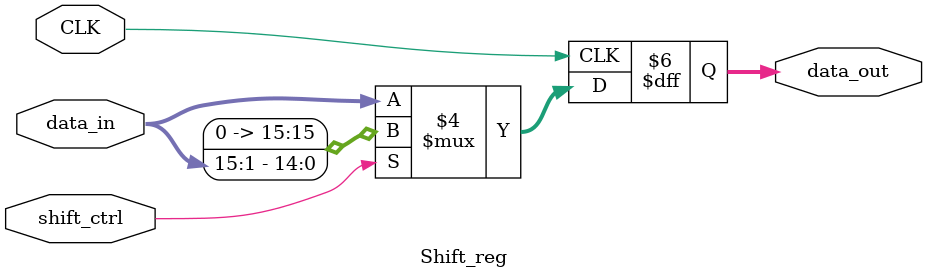
<source format=v>
module Shift_reg (
    input [15:0] data_in,    // Dữ liệu đầu vào
    input shift_ctrl,        // Tín hiệu điều khiển dịch (1: dịch, 0: giữ nguyên)
    input CLK,               // Xung clock
    output reg [15:0] data_out // Dữ liệu đầu ra
);

    always @(posedge CLK) begin
        if (shift_ctrl) begin
            data_out <= data_in >> 1; // Thực hiện dịch phải 1 bit
        end else begin
            data_out <= data_in; // Giữ nguyên dữ liệu
        end
    end

endmodule

</source>
